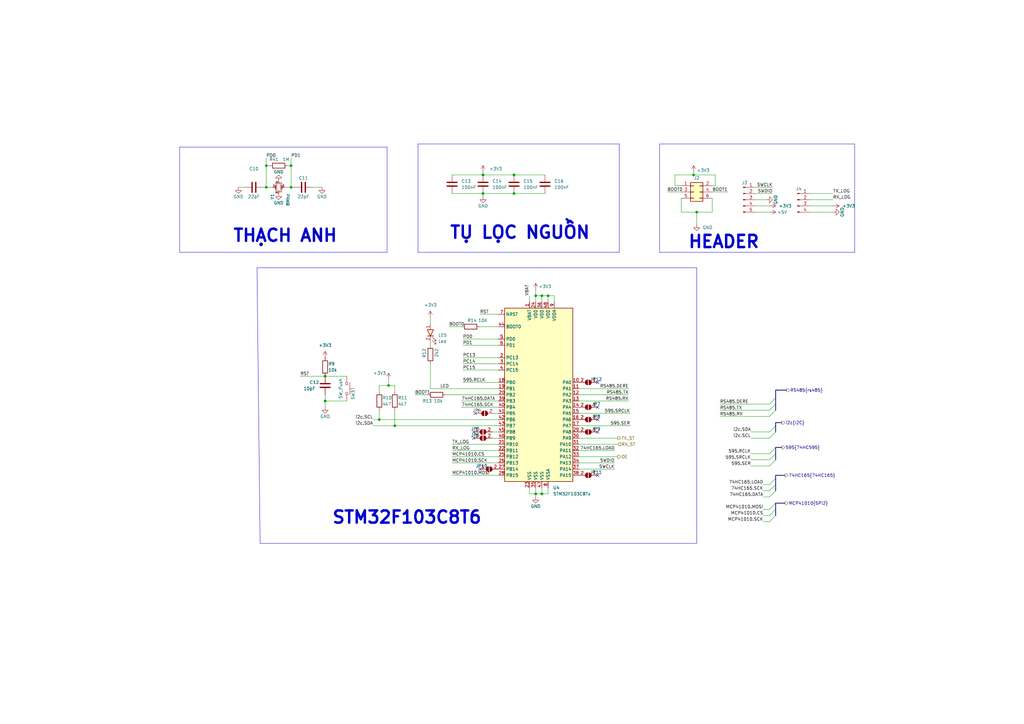
<source format=kicad_sch>
(kicad_sch (version 20230121) (generator eeschema)
  (paper "A3")
  (lib_symbols
    (symbol "Connector:Conn_01x04_Male" (pin_names (offset 1.016) hide)
      (property "Reference" "J" (at 0 5.08 0))
      (property "Value" "Conn_01x04_Male" (at 0 -7.62 0))
      (symbol "Conn_01x04_Male_1_1"
        (polyline (pts (xy 1.27 -5.08) (xy 0.8636 -5.08)) (stroke (width 0.1524)))
        (polyline (pts (xy 1.27 -2.54) (xy 0.8636 -2.54)) (stroke (width 0.1524)))
        (polyline (pts (xy 1.27 0) (xy 0.8636 0)) (stroke (width 0.1524)))
        (polyline (pts (xy 1.27 2.54) (xy 0.8636 2.54)) (stroke (width 0.1524)))
        (rectangle (start 0.8636 -4.953) (end 0 -5.207) (stroke (width 0.1524)) (fill (type outline)))
        (rectangle (start 0.8636 -2.413) (end 0 -2.667) (stroke (width 0.1524)) (fill (type outline)))
        (rectangle (start 0.8636 0.127) (end 0 -0.127) (stroke (width 0.1524)) (fill (type outline)))
        (rectangle (start 0.8636 2.667) (end 0 2.413) (stroke (width 0.1524)) (fill (type outline)))
        (pin passive line (at 5.08 2.54 180) (length 3.81) (name "Pin_1") (number "1"))
        (pin passive line (at 5.08 0 180) (length 3.81) (name "Pin_2") (number "2"))
        (pin passive line (at 5.08 -2.54 180) (length 3.81) (name "Pin_3") (number "3"))
        (pin passive line (at 5.08 -5.08 180) (length 3.81) (name "Pin_4") (number "4"))
      )
    )
    (symbol "Connector:Conn_01x05_Male" (pin_names (offset 1.016) hide)
      (property "Reference" "J" (at 0 7.62 0))
      (property "Value" "Conn_01x05_Male" (at 0 -7.62 0))
      (symbol "Conn_01x05_Male_1_1"
        (polyline (pts (xy 1.27 -5.08) (xy 0.8636 -5.08)) (stroke (width 0.1524)))
        (polyline (pts (xy 1.27 -2.54) (xy 0.8636 -2.54)) (stroke (width 0.1524)))
        (polyline (pts (xy 1.27 0) (xy 0.8636 0)) (stroke (width 0.1524)))
        (polyline (pts (xy 1.27 2.54) (xy 0.8636 2.54)) (stroke (width 0.1524)))
        (polyline (pts (xy 1.27 5.08) (xy 0.8636 5.08)) (stroke (width 0.1524)))
        (rectangle (start 0.8636 -4.953) (end 0 -5.207) (stroke (width 0.1524)) (fill (type outline)))
        (rectangle (start 0.8636 -2.413) (end 0 -2.667) (stroke (width 0.1524)) (fill (type outline)))
        (rectangle (start 0.8636 0.127) (end 0 -0.127) (stroke (width 0.1524)) (fill (type outline)))
        (rectangle (start 0.8636 2.667) (end 0 2.413) (stroke (width 0.1524)) (fill (type outline)))
        (rectangle (start 0.8636 5.207) (end 0 4.953) (stroke (width 0.1524)) (fill (type outline)))
        (pin passive line (at 5.08 5.08 180) (length 3.81) (name "Pin_1") (number "1"))
        (pin passive line (at 5.08 2.54 180) (length 3.81) (name "Pin_2") (number "2"))
        (pin passive line (at 5.08 0 180) (length 3.81) (name "Pin_3") (number "3"))
        (pin passive line (at 5.08 -2.54 180) (length 3.81) (name "Pin_4") (number "4"))
        (pin passive line (at 5.08 -5.08 180) (length 3.81) (name "Pin_5") (number "5"))
      )
    )
    (symbol "Connector_Generic:Conn_02x03_Odd_Even" (pin_names (offset 1.016) hide)
      (property "Reference" "J" (at 1.27 5.08 0))
      (property "Value" "Conn_02x03_Odd_Even" (at 1.27 -5.08 0))
      (symbol "Conn_02x03_Odd_Even_1_1"
        (rectangle (start -1.27 -2.413) (end 0 -2.667) (stroke (width 0.1524)))
        (rectangle (start -1.27 0.127) (end 0 -0.127) (stroke (width 0.1524)))
        (rectangle (start -1.27 2.667) (end 0 2.413) (stroke (width 0.1524)))
        (rectangle (start -1.27 3.81) (end 3.81 -3.81) (stroke (width 0.254)) (fill (type background)))
        (rectangle (start 3.81 -2.413) (end 2.54 -2.667) (stroke (width 0.1524)))
        (rectangle (start 3.81 0.127) (end 2.54 -0.127) (stroke (width 0.1524)))
        (rectangle (start 3.81 2.667) (end 2.54 2.413) (stroke (width 0.1524)))
        (pin passive line (at -5.08 2.54 0) (length 3.81) (name "Pin_1") (number "1"))
        (pin passive line (at 7.62 2.54 180) (length 3.81) (name "Pin_2") (number "2"))
        (pin passive line (at -5.08 0 0) (length 3.81) (name "Pin_3") (number "3"))
        (pin passive line (at 7.62 0 180) (length 3.81) (name "Pin_4") (number "4"))
        (pin passive line (at -5.08 -2.54 0) (length 3.81) (name "Pin_5") (number "5"))
        (pin passive line (at 7.62 -2.54 180) (length 3.81) (name "Pin_6") (number "6"))
      )
    )
    (symbol "Device:Crystal_GND24_Small" (pin_names (offset 1.016) hide)
      (property "Reference" "Y" (at 1.27 4.445 0))
      (property "Value" "Crystal_GND24_Small" (at 1.27 2.54 0))
      (symbol "Crystal_GND24_Small_0_1"
        (rectangle (start -0.762 -1.524) (end 0.762 1.524))
        (polyline (pts (xy -1.27 -0.762) (xy -1.27 0.762)) (stroke (width 0.381)))
        (polyline (pts (xy 1.27 -0.762) (xy 1.27 0.762)) (stroke (width 0.381)))
        (polyline (pts (xy -1.27 -1.27) (xy -1.27 -1.905) (xy 1.27 -1.905) (xy 1.27 -1.27)))
        (polyline (pts (xy -1.27 1.27) (xy -1.27 1.905) (xy 1.27 1.905) (xy 1.27 1.27)))
      )
      (symbol "Crystal_GND24_Small_1_1"
        (pin passive line (at -2.54 0 0) (length 1.27) (name "1") (number "1"))
        (pin passive line (at 0 -2.54 90) (length 0.635) (name "2") (number "2"))
        (pin passive line (at 2.54 0 180) (length 1.27) (name "3") (number "3"))
        (pin passive line (at 0 2.54 270) (length 0.635) (name "4") (number "4"))
      )
    )
    (symbol "Device:R" (pin_numbers hide) (pin_names (offset 0))
      (property "Reference" "R" (at 2.032 0 90))
      (property "Value" "R" (at 0 0 90))
      (symbol "R_0_1"
        (rectangle (start -1.016 -2.54) (end 1.016 2.54) (stroke (width 0.254)))
      )
      (symbol "R_1_1"
        (pin passive line (at 0 3.81 270) (length 1.27) (name "~") (number "1"))
        (pin passive line (at 0 -3.81 90) (length 1.27) (name "~") (number "2"))
      )
    )
    (symbol "IVS_SYMBOLS:Led"
      (property "Reference" "LE" (at 0.508 -2.794 0))
      (property "Value" "Led" (at -0.254 2.794 0))
      (symbol "Led_0_1"
        (polyline (pts (xy 0 -1.27) (xy 0 1.27)) (stroke (width 0.254)))
        (polyline (pts (xy 2.54 -1.27) (xy 2.54 1.27) (xy 0 0) (xy 2.54 -1.27)) (stroke (width 0.254)) (fill (type background)))
        (polyline (pts (xy -1.778 -0.762) (xy -3.302 -2.286) (xy -2.54 -2.286) (xy -3.302 -2.286) (xy -3.302 -1.524)))
        (polyline (pts (xy -0.508 -0.762) (xy -2.032 -2.286) (xy -1.27 -2.286) (xy -2.032 -2.286) (xy -2.032 -1.524)))
      )
      (symbol "Led_1_1"
        (pin passive line (at 5.08 0 180) (length 2.54) (name "") (number "1"))
        (pin passive line (at -2.54 0 0) (length 2.54) (name "") (number "2"))
      )
    )
    (symbol "Jumper:SolderJumper_2_Open" (pin_names (offset 0) hide)
      (property "Reference" "JP" (at 0 2.032 0))
      (property "Value" "SolderJumper_2_Open" (at 0 -2.54 0))
      (symbol "SolderJumper_2_Open_0_1"
        (arc (start -0.254 1.016) (mid -1.2656 0) (end -0.254 -1.016))
        (arc (start -0.254 1.016) (mid -1.2656 0) (end -0.254 -1.016) (fill (type outline)))
        (polyline (pts (xy -0.254 1.016) (xy -0.254 -1.016)))
        (polyline (pts (xy 0.254 1.016) (xy 0.254 -1.016)))
        (arc (start 0.254 -1.016) (mid 1.2656 0) (end 0.254 1.016))
        (arc (start 0.254 -1.016) (mid 1.2656 0) (end 0.254 1.016) (fill (type outline)))
      )
      (symbol "SolderJumper_2_Open_1_1"
        (pin passive line (at -3.81 0 0) (length 2.54) (name "A") (number "1"))
        (pin passive line (at 3.81 0 180) (length 2.54) (name "B") (number "2"))
      )
    )
    (symbol "MCU_ST_STM32F1:STM32F103C8Tx"
      (property "Reference" "U" (at -15.24 36.83 0))
      (property "Value" "STM32F103C8Tx" (at 7.62 36.83 0))
      (symbol "STM32F103C8Tx_0_1"
        (rectangle (start -15.24 -35.56) (end 12.7 35.56) (stroke (width 0.254)) (fill (type background)))
      )
      (symbol "STM32F103C8Tx_1_1"
        (pin power_in line (at -5.08 38.1 270) (length 2.54) (name "VBAT") (number "1"))
        (pin bidirectional line (at 15.24 5.08 180) (length 2.54) (name "PA0") (number "10"))
        (pin bidirectional line (at 15.24 2.54 180) (length 2.54) (name "PA1") (number "11"))
        (pin bidirectional line (at 15.24 0 180) (length 2.54) (name "PA2") (number "12"))
        (pin bidirectional line (at 15.24 -2.54 180) (length 2.54) (name "PA3") (number "13"))
        (pin bidirectional line (at 15.24 -5.08 180) (length 2.54) (name "PA4") (number "14"))
        (pin bidirectional line (at 15.24 -7.62 180) (length 2.54) (name "PA5") (number "15"))
        (pin bidirectional line (at 15.24 -10.16 180) (length 2.54) (name "PA6") (number "16"))
        (pin bidirectional line (at 15.24 -12.7 180) (length 2.54) (name "PA7") (number "17"))
        (pin bidirectional line (at -17.78 5.08 0) (length 2.54) (name "PB0") (number "18"))
        (pin bidirectional line (at -17.78 2.54 0) (length 2.54) (name "PB1") (number "19"))
        (pin bidirectional line (at -17.78 15.24 0) (length 2.54) (name "PC13") (number "2"))
        (pin bidirectional line (at -17.78 0 0) (length 2.54) (name "PB2") (number "20"))
        (pin bidirectional line (at -17.78 -20.32 0) (length 2.54) (name "PB10") (number "21"))
        (pin bidirectional line (at -17.78 -22.86 0) (length 2.54) (name "PB11") (number "22"))
        (pin power_in line (at -5.08 -38.1 90) (length 2.54) (name "VSS") (number "23"))
        (pin power_in line (at -2.54 38.1 270) (length 2.54) (name "VDD") (number "24"))
        (pin bidirectional line (at -17.78 -25.4 0) (length 2.54) (name "PB12") (number "25"))
        (pin bidirectional line (at -17.78 -27.94 0) (length 2.54) (name "PB13") (number "26"))
        (pin bidirectional line (at -17.78 -30.48 0) (length 2.54) (name "PB14") (number "27"))
        (pin bidirectional line (at -17.78 -33.02 0) (length 2.54) (name "PB15") (number "28"))
        (pin bidirectional line (at 15.24 -15.24 180) (length 2.54) (name "PA8") (number "29"))
        (pin bidirectional line (at -17.78 12.7 0) (length 2.54) (name "PC14") (number "3"))
        (pin bidirectional line (at 15.24 -17.78 180) (length 2.54) (name "PA9") (number "30"))
        (pin bidirectional line (at 15.24 -20.32 180) (length 2.54) (name "PA10") (number "31"))
        (pin bidirectional line (at 15.24 -22.86 180) (length 2.54) (name "PA11") (number "32"))
        (pin bidirectional line (at 15.24 -25.4 180) (length 2.54) (name "PA12") (number "33"))
        (pin bidirectional line (at 15.24 -27.94 180) (length 2.54) (name "PA13") (number "34"))
        (pin power_in line (at -2.54 -38.1 90) (length 2.54) (name "VSS") (number "35"))
        (pin power_in line (at 0 38.1 270) (length 2.54) (name "VDD") (number "36"))
        (pin bidirectional line (at 15.24 -30.48 180) (length 2.54) (name "PA14") (number "37"))
        (pin bidirectional line (at 15.24 -33.02 180) (length 2.54) (name "PA15") (number "38"))
        (pin bidirectional line (at -17.78 -2.54 0) (length 2.54) (name "PB3") (number "39"))
        (pin bidirectional line (at -17.78 10.16 0) (length 2.54) (name "PC15") (number "4"))
        (pin bidirectional line (at -17.78 -5.08 0) (length 2.54) (name "PB4") (number "40"))
        (pin bidirectional line (at -17.78 -7.62 0) (length 2.54) (name "PB5") (number "41"))
        (pin bidirectional line (at -17.78 -10.16 0) (length 2.54) (name "PB6") (number "42"))
        (pin bidirectional line (at -17.78 -12.7 0) (length 2.54) (name "PB7") (number "43"))
        (pin input line (at -17.78 27.94 0) (length 2.54) (name "BOOT0") (number "44"))
        (pin bidirectional line (at -17.78 -15.24 0) (length 2.54) (name "PB8") (number "45"))
        (pin bidirectional line (at -17.78 -17.78 0) (length 2.54) (name "PB9") (number "46"))
        (pin power_in line (at 0 -38.1 90) (length 2.54) (name "VSS") (number "47"))
        (pin power_in line (at 2.54 38.1 270) (length 2.54) (name "VDD") (number "48"))
        (pin input line (at -17.78 22.86 0) (length 2.54) (name "PD0") (number "5"))
        (pin input line (at -17.78 20.32 0) (length 2.54) (name "PD1") (number "6"))
        (pin input line (at -17.78 33.02 0) (length 2.54) (name "NRST") (number "7"))
        (pin power_in line (at 2.54 -38.1 90) (length 2.54) (name "VSSA") (number "8"))
        (pin power_in line (at 5.08 38.1 270) (length 2.54) (name "VDDA") (number "9"))
      )
    )
    (symbol "Thu_vien_kicad:C" (pin_numbers hide) (pin_names (offset 0.254))
      (property "Reference" "C" (at 0.635 2.54 0))
      (property "Value" "C" (at 0.635 -2.54 0))
      (symbol "C_0_1"
        (polyline (pts (xy -2.032 -0.762) (xy 2.032 -0.762)) (stroke (width 0.508)))
        (polyline (pts (xy -2.032 0.762) (xy 2.032 0.762)) (stroke (width 0.508)))
      )
      (symbol "C_1_1"
        (pin passive line (at 0 3.81 270) (length 2.794) (name "~") (number "1"))
        (pin passive line (at 0 -3.81 90) (length 2.794) (name "~") (number "2"))
      )
    )
    (symbol "Thu_vien_kicad:R" (pin_numbers hide) (pin_names (offset 0))
      (property "Reference" "R" (at 2.032 0 90))
      (property "Value" "R" (at 0 0 90))
      (symbol "R_0_1"
        (rectangle (start -1.016 -2.54) (end 1.016 2.54) (stroke (width 0.254)))
      )
      (symbol "R_1_1"
        (pin passive line (at 0 3.81 270) (length 1.27) (name "~") (number "1"))
        (pin passive line (at 0 -3.81 90) (length 1.27) (name "~") (number "2"))
      )
    )
    (symbol "Thu_vien_kicad:SW_Push" (pin_numbers hide) (pin_names (offset 1.016) hide)
      (property "Reference" "SW" (at 1.27 2.54 0))
      (property "Value" "SW_Push" (at 0 -1.524 0))
      (symbol "SW_Push_0_1"
        (circle (center -2.032 0) (radius 0.508))
        (polyline (pts (xy 0 1.27) (xy 0 3.048)))
        (polyline (pts (xy 2.54 1.27) (xy -2.54 1.27)))
        (circle (center 2.032 0) (radius 0.508))
        (pin passive line (at -5.08 0 0) (length 2.54) (name "1") (number "1"))
        (pin passive line (at 5.08 0 180) (length 2.54) (name "2") (number "2"))
      )
    )
    (symbol "power:+3V3" (power) (pin_names (offset 0))
      (property "Value" "+3V3" (at 0 3.556 0))
      (symbol "+3V3_0_1"
        (polyline (pts (xy -0.762 1.27) (xy 0 2.54)))
        (polyline (pts (xy 0 0) (xy 0 2.54)))
        (polyline (pts (xy 0 2.54) (xy 0.762 1.27)))
      )
      (symbol "+3V3_1_1"
        (pin power_in line (at 0 0 90) (length 0) hide (name "+3V3") (number "1"))
      )
    )
    (symbol "power:+5V" (power) (pin_names (offset 0))
      (property "Value" "+5V" (at 0 3.556 0))
      (symbol "+5V_0_1"
        (polyline (pts (xy -0.762 1.27) (xy 0 2.54)))
        (polyline (pts (xy 0 0) (xy 0 2.54)))
        (polyline (pts (xy 0 2.54) (xy 0.762 1.27)))
      )
      (symbol "+5V_1_1"
        (pin power_in line (at 0 0 90) (length 0) hide (name "+5V") (number "1"))
      )
    )
    (symbol "power:GND" (power) (pin_names (offset 0))
      (property "Value" "GND" (at 0 -3.81 0))
      (symbol "GND_0_1"
        (polyline (pts (xy 0 0) (xy 0 -1.27) (xy 1.27 -1.27) (xy 0 -2.54) (xy -1.27 -1.27) (xy 0 -1.27)))
      )
      (symbol "GND_1_1"
        (pin power_in line (at 0 0 270) (length 0) hide (name "GND") (number "1"))
      )
    )
  )
  (bus_alias "74HC595" (members "RCLK" "SRCLK" "SER"))
  (bus_alias "rs485" (members "TX" "RX" "DERE"))
  (bus_alias "SPI2" (members "SCK" "MOSI" "MISO" "CS"))
  (junction (at 219.71 121.285))
  (junction (at 119.38 76.835))
  (junction (at 133.35 164.465))
  (junction (at 159.385 158.115))
  (junction (at 224.79 121.285))
  (junction (at 155.575 172.085))
  (junction (at 284.48 71.755))
  (junction (at 119.38 67.945))
  (junction (at 285.75 86.995))
  (junction (at 210.82 71.755))
  (junction (at 109.22 76.835))
  (junction (at 222.25 121.285))
  (junction (at 109.22 67.945))
  (junction (at 198.12 79.375))
  (junction (at 222.25 202.565))
  (junction (at 219.71 202.565))
  (junction (at 198.12 71.755))
  (junction (at 133.35 154.305))
  (junction (at 210.82 79.375))
  (junction (at 161.925 174.625))
  (no_connect (at 245.11 172.085))
  (no_connect (at 245.11 177.165))
  (no_connect (at 194.945 169.545))
  (no_connect (at 245.11 167.005))
  (no_connect (at 245.11 156.845))
  (no_connect (at 194.31 177.165))
  (no_connect (at 245.11 194.945))
  (no_connect (at 194.31 179.705))
  (no_connect (at 196.85 192.405))
  (bus_entry (at 315.595 208.915) (size 2.54 -2.54))
  (bus_entry (at 315.595 191.135) (size 2.54 -2.54))
  (bus_entry (at 315.595 198.755) (size 2.54 -2.54))
  (bus_entry (at 315.595 168.275) (size 2.54 -2.54))
  (bus_entry (at 315.595 203.835) (size 2.54 -2.54))
  (bus_entry (at 315.595 201.295) (size 2.54 -2.54))
  (bus_entry (at 315.595 211.455) (size 2.54 -2.54))
  (bus_entry (at 315.595 213.995) (size 2.54 -2.54))
  (bus_entry (at 315.595 179.705) (size 2.54 -2.54))
  (bus_entry (at 315.595 186.055) (size 2.54 -2.54))
  (bus_entry (at 315.595 170.815) (size 2.54 -2.54))
  (bus_entry (at 315.595 177.165) (size 2.54 -2.54))
  (bus_entry (at 315.595 188.595) (size 2.54 -2.54))
  (bus_entry (at 315.595 165.735) (size 2.54 -2.54))
  (wire (pts (xy 119.38 64.77) (xy 119.38 67.945)))
  (wire (pts (xy 189.865 149.225) (xy 204.47 149.225)))
  (polyline (pts (xy 158.75 60.325) (xy 73.66 60.325)))
  (wire (pts (xy 284.48 71.755) (xy 293.37 71.755)))
  (wire (pts (xy 222.25 123.825) (xy 222.25 121.285)))
  (wire (pts (xy 332.105 79.375) (xy 341.63 79.375)))
  (wire (pts (xy 307.975 186.055) (xy 315.595 186.055)))
  (wire (pts (xy 219.71 118.745) (xy 219.71 121.285)))
  (wire (pts (xy 307.975 188.595) (xy 315.595 188.595)))
  (polyline (pts (xy 105.41 109.855) (xy 106.68 222.885)))
  (wire (pts (xy 161.925 158.115) (xy 161.925 160.655)))
  (wire (pts (xy 109.22 76.835) (xy 111.76 76.835)))
  (polyline (pts (xy 73.66 62.865) (xy 73.66 103.505)))
  (wire (pts (xy 155.575 158.115) (xy 155.575 160.655)))
  (wire (pts (xy 276.86 76.2) (xy 276.86 71.755)))
  (wire (pts (xy 224.79 200.025) (xy 224.79 202.565)))
  (wire (pts (xy 217.17 202.565) (xy 219.71 202.565)))
  (wire (pts (xy 227.33 121.285) (xy 224.79 121.285)))
  (wire (pts (xy 332.105 86.995) (xy 341.63 86.995)))
  (wire (pts (xy 295.275 168.275) (xy 315.595 168.275)))
  (wire (pts (xy 273.685 78.74) (xy 279.4 78.74)))
  (wire (pts (xy 237.49 192.405) (xy 252.095 192.405)))
  (wire (pts (xy 276.86 71.755) (xy 284.48 71.755)))
  (wire (pts (xy 309.88 86.995) (xy 315.595 86.995)))
  (wire (pts (xy 237.49 189.865) (xy 252.095 189.865)))
  (wire (pts (xy 189.865 139.065) (xy 204.47 139.065)))
  (wire (pts (xy 284.48 70.485) (xy 284.48 71.755)))
  (wire (pts (xy 159.385 158.115) (xy 155.575 158.115)))
  (wire (pts (xy 237.49 161.925) (xy 257.81 161.925)))
  (wire (pts (xy 118.11 67.945) (xy 119.38 67.945)))
  (wire (pts (xy 176.53 149.225) (xy 176.53 159.385)))
  (wire (pts (xy 201.93 177.165) (xy 204.47 177.165)))
  (bus (pts (xy 320.675 173.355) (xy 318.135 173.355)))
  (polyline (pts (xy 158.75 103.505) (xy 158.75 60.325)))
  (wire (pts (xy 237.49 169.545) (xy 258.445 169.545)))
  (wire (pts (xy 159.385 155.575) (xy 159.385 158.115)))
  (wire (pts (xy 222.25 202.565) (xy 219.71 202.565)))
  (wire (pts (xy 237.49 179.705) (xy 253.365 179.705)))
  (wire (pts (xy 155.575 172.085) (xy 204.47 172.085)))
  (wire (pts (xy 185.42 184.785) (xy 204.47 184.785)))
  (wire (pts (xy 219.71 202.565) (xy 219.71 203.835)))
  (wire (pts (xy 109.22 64.77) (xy 109.22 67.945)))
  (wire (pts (xy 184.15 133.985) (xy 189.23 133.985)))
  (polyline (pts (xy 73.66 103.505) (xy 158.75 103.505)))
  (wire (pts (xy 123.19 154.305) (xy 133.35 154.305)))
  (wire (pts (xy 153.035 174.625) (xy 161.925 174.625)))
  (wire (pts (xy 237.49 159.385) (xy 257.81 159.385)))
  (bus (pts (xy 318.135 198.755) (xy 318.135 196.215)))
  (bus (pts (xy 321.945 206.375) (xy 318.135 206.375)))
  (wire (pts (xy 237.49 164.465) (xy 257.81 164.465)))
  (wire (pts (xy 292.1 86.995) (xy 292.1 81.28)))
  (bus (pts (xy 318.135 194.945) (xy 321.945 194.945)))
  (wire (pts (xy 185.42 189.865) (xy 204.47 189.865)))
  (wire (pts (xy 202.565 169.545) (xy 204.47 169.545)))
  (wire (pts (xy 189.865 156.845) (xy 204.47 156.845)))
  (wire (pts (xy 133.35 154.305) (xy 142.24 154.305)))
  (wire (pts (xy 237.49 187.325) (xy 253.365 187.325)))
  (wire (pts (xy 198.12 79.375) (xy 198.12 80.645)))
  (wire (pts (xy 109.22 67.945) (xy 110.49 67.945)))
  (wire (pts (xy 198.12 71.755) (xy 210.82 71.755)))
  (wire (pts (xy 315.595 208.915) (xy 313.055 208.915)))
  (polyline (pts (xy 270.51 59.055) (xy 350.52 59.055)))
  (wire (pts (xy 210.82 71.755) (xy 223.52 71.755)))
  (wire (pts (xy 133.35 164.465) (xy 142.24 164.465)))
  (wire (pts (xy 219.71 200.025) (xy 219.71 202.565)))
  (wire (pts (xy 285.75 86.995) (xy 292.1 86.995)))
  (wire (pts (xy 285.75 86.995) (xy 285.75 92.075)))
  (polyline (pts (xy 285.75 222.885) (xy 285.75 109.855)))
  (bus (pts (xy 318.135 196.215) (xy 318.135 194.945)))
  (wire (pts (xy 128.27 76.835) (xy 132.08 76.835)))
  (polyline (pts (xy 171.45 59.055) (xy 171.45 60.325)))
  (wire (pts (xy 182.88 161.925) (xy 204.47 161.925)))
  (wire (pts (xy 155.575 168.275) (xy 155.575 172.085)))
  (wire (pts (xy 189.865 141.605) (xy 204.47 141.605)))
  (wire (pts (xy 293.37 71.755) (xy 293.37 76.2)))
  (wire (pts (xy 189.865 151.765) (xy 204.47 151.765)))
  (wire (pts (xy 210.82 79.375) (xy 223.52 79.375)))
  (wire (pts (xy 224.79 123.825) (xy 224.79 121.285)))
  (wire (pts (xy 170.18 161.925) (xy 175.26 161.925)))
  (wire (pts (xy 307.975 191.135) (xy 315.595 191.135)))
  (wire (pts (xy 219.71 121.285) (xy 219.71 123.825)))
  (bus (pts (xy 318.135 165.735) (xy 318.135 163.195)))
  (wire (pts (xy 185.42 79.375) (xy 198.12 79.375)))
  (bus (pts (xy 318.135 163.195) (xy 318.135 160.02)))
  (wire (pts (xy 159.385 158.115) (xy 161.925 158.115)))
  (wire (pts (xy 309.88 79.375) (xy 316.865 79.375)))
  (polyline (pts (xy 254 59.055) (xy 171.45 59.055)))
  (wire (pts (xy 313.055 201.295) (xy 315.595 201.295)))
  (wire (pts (xy 332.105 84.455) (xy 341.63 84.455)))
  (wire (pts (xy 237.49 184.785) (xy 252.095 184.785)))
  (wire (pts (xy 313.055 198.755) (xy 315.595 198.755)))
  (wire (pts (xy 176.53 140.335) (xy 176.53 141.605)))
  (bus (pts (xy 318.135 186.055) (xy 318.135 183.515)))
  (wire (pts (xy 295.275 170.815) (xy 315.595 170.815)))
  (wire (pts (xy 133.35 164.465) (xy 133.35 161.925)))
  (polyline (pts (xy 254 103.505) (xy 254 59.055)))
  (wire (pts (xy 309.88 76.835) (xy 316.865 76.835)))
  (wire (pts (xy 315.595 177.165) (xy 307.975 177.165)))
  (wire (pts (xy 119.38 67.945) (xy 119.38 76.835)))
  (wire (pts (xy 309.88 84.455) (xy 315.595 84.455)))
  (wire (pts (xy 292.1 78.74) (xy 298.45 78.74)))
  (wire (pts (xy 279.4 81.28) (xy 279.4 86.995)))
  (wire (pts (xy 189.865 146.685) (xy 204.47 146.685)))
  (wire (pts (xy 201.93 179.705) (xy 204.47 179.705)))
  (bus (pts (xy 318.135 174.625) (xy 318.135 173.355)))
  (wire (pts (xy 222.25 121.285) (xy 219.71 121.285)))
  (polyline (pts (xy 171.45 103.505) (xy 254 103.505)))
  (wire (pts (xy 185.42 182.245) (xy 204.47 182.245)))
  (wire (pts (xy 196.85 128.905) (xy 204.47 128.905)))
  (wire (pts (xy 217.17 200.025) (xy 217.17 202.565)))
  (wire (pts (xy 309.88 81.915) (xy 314.325 81.915)))
  (bus (pts (xy 318.135 160.02) (xy 322.58 160.02)))
  (bus (pts (xy 318.135 208.915) (xy 318.135 211.455)))
  (wire (pts (xy 293.37 76.2) (xy 292.1 76.2)))
  (wire (pts (xy 189.23 167.005) (xy 204.47 167.005)))
  (wire (pts (xy 161.925 168.275) (xy 161.925 174.625)))
  (wire (pts (xy 119.38 76.835) (xy 120.65 76.835)))
  (bus (pts (xy 318.135 177.165) (xy 318.135 174.625)))
  (polyline (pts (xy 73.66 60.325) (xy 73.66 62.865)))
  (polyline (pts (xy 252.73 109.855) (xy 105.41 109.855)))
  (polyline (pts (xy 270.51 103.505) (xy 350.52 103.505)))
  (wire (pts (xy 332.105 81.915) (xy 341.63 81.915)))
  (wire (pts (xy 315.595 179.705) (xy 307.975 179.705)))
  (wire (pts (xy 116.84 76.835) (xy 119.38 76.835)))
  (wire (pts (xy 227.33 123.825) (xy 227.33 121.285)))
  (polyline (pts (xy 106.68 222.885) (xy 285.75 222.885)))
  (polyline (pts (xy 270.51 59.055) (xy 270.51 103.505)))
  (wire (pts (xy 109.22 67.945) (xy 109.22 76.835)))
  (polyline (pts (xy 252.73 109.855) (xy 285.75 109.855)))
  (wire (pts (xy 237.49 182.245) (xy 253.365 182.245)))
  (wire (pts (xy 196.85 133.985) (xy 204.47 133.985)))
  (wire (pts (xy 176.53 159.385) (xy 204.47 159.385)))
  (wire (pts (xy 198.12 70.485) (xy 198.12 71.755)))
  (wire (pts (xy 237.49 174.625) (xy 258.445 174.625)))
  (wire (pts (xy 133.35 167.005) (xy 133.35 164.465)))
  (bus (pts (xy 318.135 168.275) (xy 318.135 165.735)))
  (wire (pts (xy 217.17 121.285) (xy 217.17 123.825)))
  (wire (pts (xy 224.79 202.565) (xy 222.25 202.565)))
  (wire (pts (xy 315.595 203.835) (xy 313.055 203.835)))
  (wire (pts (xy 315.595 211.455) (xy 313.055 211.455)))
  (bus (pts (xy 318.135 188.595) (xy 318.135 186.055)))
  (bus (pts (xy 318.135 201.295) (xy 318.135 198.755)))
  (wire (pts (xy 313.055 213.995) (xy 315.595 213.995)))
  (wire (pts (xy 295.275 165.735) (xy 315.595 165.735)))
  (wire (pts (xy 189.23 164.465) (xy 204.47 164.465)))
  (wire (pts (xy 176.53 130.175) (xy 176.53 132.715)))
  (wire (pts (xy 279.4 76.2) (xy 276.86 76.2)))
  (wire (pts (xy 185.42 187.325) (xy 204.47 187.325)))
  (wire (pts (xy 224.79 121.285) (xy 222.25 121.285)))
  (bus (pts (xy 318.135 183.515) (xy 320.675 183.515)))
  (polyline (pts (xy 171.45 60.325) (xy 171.45 103.505)))
  (wire (pts (xy 279.4 86.995) (xy 285.75 86.995)))
  (wire (pts (xy 161.925 174.625) (xy 204.47 174.625)))
  (wire (pts (xy 97.79 76.835) (xy 100.33 76.835)))
  (wire (pts (xy 107.95 76.835) (xy 109.22 76.835)))
  (wire (pts (xy 185.42 71.755) (xy 198.12 71.755)))
  (wire (pts (xy 153.035 172.085) (xy 155.575 172.085)))
  (polyline (pts (xy 350.52 103.505) (xy 350.52 59.055)))
  (wire (pts (xy 185.42 194.945) (xy 204.47 194.945)))
  (wire (pts (xy 198.12 79.375) (xy 210.82 79.375)))
  (bus (pts (xy 318.135 206.375) (xy 318.135 208.915)))
  (wire (pts (xy 222.25 200.025) (xy 222.25 202.565)))
  (text "TỤ LỌC NGUỒN\n" (at 184.15 98.425 0) (effects (font (size 5 5) (thickness 1) bold) (justify left bottom)))
  (text "STM32F103C8T6\n" (at 135.89 215.265 0) (effects (font (size 5 5) (thickness 1) bold) (justify left bottom)))
  (text "HEADER\n" (at 281.94 102.235 0) (effects (font (size 5 5) (thickness 1) bold) (justify left bottom)))
  (text "THẠCH ANH" (at 95.25 99.695 0) (effects (font (size 5 5) (thickness 1) bold) (justify left bottom)))
  (label "PD1" (at 189.865 141.605 0))
  (label "i2c.SDA" (at 307.975 177.165 180))
  (label "BOOT1" (at 170.18 161.925 0))
  (label "PC15" (at 189.865 151.765 0))
  (label "BOOT0" (at 273.685 78.74 0))
  (label "MCP41010.MOSI" (at 313.055 208.915 180))
  (label "74HC165.DATA" (at 189.23 164.465 0))
  (label "BOOT0" (at 184.15 133.985 0))
  (label "MCP41010.SCK" (at 185.42 189.865 0))
  (label "74HC165.SCK" (at 313.055 201.295 180))
  (label "595.RCLK" (at 189.865 156.845 0))
  (label "SWCLK" (at 252.095 192.405 180))
  (label "MCP41010.MOSI" (at 185.42 194.945 0))
  (label "595.RCLK" (at 307.975 186.055 180))
  (label "SWCLK" (at 316.865 76.835 180))
  (label "RS485.RX" (at 257.81 164.465 180))
  (label "LED" (at 184.15 159.385 180))
  (label "RX_LOG" (at 341.63 81.915 0))
  (label "RS485.TX" (at 257.81 161.925 180))
  (label "PC14" (at 189.865 149.225 0))
  (label "i2c.SCL" (at 153.035 172.085 180))
  (label "595.SRCLK" (at 307.975 188.595 180))
  (label "i2c.SDA" (at 153.035 174.625 180))
  (label "MCP41010.CS" (at 313.055 211.455 180))
  (label "i2c.SCL" (at 307.975 179.705 180))
  (label "TX_LOG" (at 185.42 182.245 0))
  (label "PD0" (at 109.22 64.77 0))
  (label "595.SRCLK" (at 258.445 169.545 180))
  (label "PD1" (at 119.38 64.77 0))
  (label "MCP41010.CS" (at 185.42 187.325 0))
  (label "RS485.TX" (at 295.275 168.275 0))
  (label "74HC165.DATA" (at 313.055 203.835 180))
  (label "MCP41010.SCK" (at 313.055 213.995 180))
  (label "RX_LOG" (at 185.42 184.785 0))
  (label "595.SER" (at 307.975 191.135 180))
  (label "TX_LOG" (at 341.63 79.375 0))
  (label "VBAT" (at 217.17 121.285 90))
  (label "74HC165.LOAD" (at 252.095 184.785 180))
  (label "SWDIO" (at 316.865 79.375 180))
  (label "74HC165.SCK" (at 189.23 167.005 0))
  (label "74HC165.LOAD" (at 313.055 198.755 180))
  (label "RST" (at 123.19 154.305 0))
  (label "RS485.DERE" (at 257.81 159.385 180))
  (label "BOOT1" (at 298.45 78.74 180))
  (label "595.SER" (at 258.445 174.625 180))
  (label "PC13" (at 189.865 146.685 0))
  (label "RS485.RX" (at 295.275 170.815 0))
  (label "RS485.DERE" (at 295.275 165.735 0))
  (label "RST" (at 196.85 128.905 0))
  (label "PD0" (at 189.865 139.065 0))
  (label "SWDIO" (at 252.095 189.865 180))
  (hierarchical_label "MCP41010{SPI2}" (shape output) (at 321.945 206.375 0))
  (hierarchical_label "74HC165{74HC165}" (shape output) (at 321.945 194.945 0))
  (hierarchical_label "RX_ST" (shape input) (at 253.365 182.245 0))
  (hierarchical_label "RS485{rs485}" (shape output) (at 322.58 160.02 0))
  (hierarchical_label "i2c{I2C}" (shape output) (at 320.675 173.355 0))
  (hierarchical_label "595{74HC595}" (shape output) (at 320.675 183.515 0))
  (hierarchical_label "TX_ST" (shape output) (at 253.365 179.705 0))
  (hierarchical_label "OE" (shape output) (at 253.365 187.325 0))
  (symbol (lib_id "power:GND") (at 114.3 74.295 180) (unit 1)
    (property "Reference" "#PWR019" (effects hide))
    (property "Value" "GND" (at 114.3 70.485 0))
  )
  (symbol (lib_id "Thu_vien_kicad:C") (at 185.42 75.565 0) (unit 1)
    (property "Reference" "C13" (at 189.23 74.2949 0) (effects (justify left)))
    (property "Value" "100nF" (at 189.23 76.8349 0) (effects (justify left)))
    (property "Footprint" "IVS_FOOTPRINTS:C0603" (effects hide))
  )
  (symbol (lib_id "power:+3V3") (at 315.595 84.455 270) (unit 1)
    (property "Reference" "#PWR034" (effects hide))
    (property "Value" "+3V3" (at 319.405 84.4549 90) (effects (justify left)))
  )
  (symbol (lib_id "Jumper:SolderJumper_2_Open") (at 241.3 156.845 0) (mirror y) (unit 1)
    (property "Reference" "JP12" (at 244.475 155.575 0))
    (property "Value" "SolderJumper_2_Open" (effects hide))
    (property "Footprint" "Jumper:SolderJumper-2_P1.3mm_Open_RoundedPad1.0x1.5mm" (effects hide))
  )
  (symbol (lib_id "power:GND") (at 314.325 81.915 90) (unit 1)
    (property "Reference" "#PWR033" (effects hide))
    (property "Value" "GND" (at 318.135 81.915 0))
  )
  (symbol (lib_id "Jumper:SolderJumper_2_Open") (at 241.3 177.165 0) (mirror y) (unit 1)
    (property "Reference" "JP9" (at 244.475 175.895 0))
    (property "Value" "SolderJumper_2_Open" (effects hide))
    (property "Footprint" "Jumper:SolderJumper-2_P1.3mm_Open_RoundedPad1.0x1.5mm" (effects hide))
  )
  (symbol (lib_id "power:GND") (at 132.08 76.835 0) (unit 1)
    (property "Reference" "#PWR021" (effects hide))
    (property "Value" "GND" (at 132.08 80.645 0))
  )
  (symbol (lib_id "Thu_vien_kicad:R") (at 133.35 150.495 0) (unit 1)
    (property "Reference" "R9" (at 134.62 149.225 0) (effects (justify left)))
    (property "Value" "10k" (at 134.62 151.765 0) (effects (justify left)))
    (property "Footprint" "IVS_FOOTPRINTS:R0603" (effects hide))
  )
  (symbol (lib_id "power:GND") (at 97.79 76.835 0) (unit 1)
    (property "Reference" "#PWR018" (effects hide))
    (property "Value" "GND" (at 97.79 80.645 0))
  )
  (symbol (lib_id "Connector:Conn_01x04_Male") (at 327.025 81.915 0) (unit 1)
    (property "Reference" "J4" (at 327.66 77.47 0))
    (property "Value" "Conn_01x04_Male" (effects hide))
    (property "Footprint" "Connector_PinHeader_2.54mm:PinHeader_1x04_P2.54mm_Vertical" (effects hide))
  )
  (symbol (lib_id "Thu_vien_kicad:C") (at 124.46 76.835 90) (unit 1)
    (property "Reference" "C11" (at 124.46 73.025 90))
    (property "Value" "22pF" (at 124.46 80.645 90))
    (property "Footprint" "IVS_FOOTPRINTS:C0603" (effects hide))
  )
  (symbol (lib_id "Thu_vien_kicad:C") (at 210.82 75.565 0) (unit 1)
    (property "Reference" "C15" (at 214.63 74.2949 0) (effects (justify left)))
    (property "Value" "100nF" (at 214.63 76.8349 0) (effects (justify left)))
    (property "Footprint" "IVS_FOOTPRINTS:C0603" (effects hide))
  )
  (symbol (lib_id "Jumper:SolderJumper_2_Open") (at 198.12 179.705 0) (unit 1)
    (property "Reference" "JP6" (at 194.945 178.435 0))
    (property "Value" "SolderJumper_2_Open" (effects hide))
    (property "Footprint" "Jumper:SolderJumper-2_P1.3mm_Open_RoundedPad1.0x1.5mm" (effects hide))
  )
  (symbol (lib_id "Connector:Conn_01x05_Male") (at 304.8 81.915 0) (unit 1)
    (property "Reference" "J3" (at 305.435 74.93 0))
    (property "Value" "Conn_01x05_Male" (effects hide))
    (property "Footprint" "Connector_PinHeader_2.54mm:PinHeader_1x05_P2.54mm_Vertical" (effects hide))
  )
  (symbol (lib_id "MCU_ST_STM32F1:STM32F103C8Tx") (at 222.25 161.925 0) (unit 1)
    (property "Reference" "U4" (at 226.8094 200.025 0) (effects (justify left)))
    (property "Value" "STM32F103C8Tx" (at 226.8094 202.565 0) (effects (justify left)))
    (property "Footprint" "Package_QFP:LQFP-48_7x7mm_P0.5mm" (effects hide))
    (property "Datasheet" "http://www.st.com/st-web-ui/static/active/en/resource/technical/document/datasheet/CD00161566.pdf" (effects hide))
  )
  (symbol (lib_id "power:+5V") (at 315.595 86.995 270) (unit 1)
    (property "Reference" "#PWR035" (effects hide))
    (property "Value" "+5V" (at 318.77 86.9949 90) (effects (justify left)))
  )
  (symbol (lib_id "power:GND") (at 198.12 80.645 0) (unit 1)
    (property "Reference" "#PWR027" (effects hide))
    (property "Value" "GND" (at 198.12 84.455 0))
  )
  (symbol (lib_id "power:GND") (at 219.71 203.835 0) (unit 1)
    (property "Reference" "#PWR029" (effects hide))
    (property "Value" "GND" (at 219.71 207.645 0))
  )
  (symbol (lib_id "Jumper:SolderJumper_2_Open") (at 200.66 192.405 0) (unit 1)
    (property "Reference" "JP10" (at 197.485 191.135 0))
    (property "Value" "SolderJumper_2_Open" (effects hide))
    (property "Footprint" "Jumper:SolderJumper-2_P1.3mm_Open_RoundedPad1.0x1.5mm" (effects hide))
  )
  (symbol (lib_id "Jumper:SolderJumper_2_Open") (at 241.3 194.945 0) (mirror y) (unit 1)
    (property "Reference" "JP11" (at 244.475 193.675 0))
    (property "Value" "SolderJumper_2_Open" (effects hide))
    (property "Footprint" "Jumper:SolderJumper-2_P1.3mm_Open_RoundedPad1.0x1.5mm" (effects hide))
  )
  (symbol (lib_id "IVS_SYMBOLS:Led") (at 176.53 137.795 90) (unit 1)
    (property "Reference" "LE5" (at 179.705 137.4775 90) (effects (justify right)))
    (property "Value" "Led" (at 179.705 140.0175 90) (effects (justify right)))
    (property "Footprint" "IVS_FOOTPRINTS:LED0603" (effects hide))
  )
  (symbol (lib_id "power:+3V3") (at 198.12 70.485 0) (unit 1)
    (property "Reference" "#PWR026" (effects hide))
    (property "Value" "+3V3" (at 200.66 69.2149 0) (effects (justify left)))
  )
  (symbol (lib_id "power:GND") (at 285.75 92.075 0) (unit 1)
    (property "Reference" "#PWR032" (effects hide))
    (property "Value" "GND" (at 290.195 93.345 0))
  )
  (symbol (lib_id "Device:Crystal_GND24_Small") (at 114.3 76.835 0) (unit 1)
    (property "Reference" "Y1" (at 111.76 81.915 90) (effects (justify left)))
    (property "Value" "8Mhz" (at 118.11 84.455 90) (effects (justify left)))
    (property "Footprint" "IVS_FOOTPRINTS:Crystal_SMD_3225-4Pin_3.2x2.5mm" (effects hide))
  )
  (symbol (lib_id "Connector_Generic:Conn_02x03_Odd_Even") (at 284.48 78.74 0) (unit 1)
    (property "Reference" "J2" (at 285.75 73.025 0))
    (property "Value" "Conn_02x03_Odd_Even" (effects hide))
    (property "Footprint" "Connector_PinHeader_2.54mm:PinHeader_2x03_P2.54mm_Vertical" (effects hide))
  )
  (symbol (lib_id "Jumper:SolderJumper_2_Open") (at 241.3 172.085 0) (mirror y) (unit 1)
    (property "Reference" "JP8" (at 244.475 170.815 0))
    (property "Value" "SolderJumper_2_Open" (effects hide))
    (property "Footprint" "Jumper:SolderJumper-2_P1.3mm_Open_RoundedPad1.0x1.5mm" (effects hide))
  )
  (symbol (lib_id "Thu_vien_kicad:C") (at 133.35 158.115 180) (unit 1)
    (property "Reference" "C12" (at 127 156.845 0) (effects (justify right)))
    (property "Value" "10pF" (at 124.46 159.385 0) (effects (justify right)))
    (property "Footprint" "IVS_FOOTPRINTS:C0603" (effects hide))
  )
  (symbol (lib_id "power:+3V3") (at 159.385 155.575 0) (unit 1)
    (property "Reference" "#PWR024" (effects hide))
    (property "Value" "+3V3" (at 153.035 153.035 0) (effects (justify left)))
  )
  (symbol (lib_id "Thu_vien_kicad:R") (at 176.53 145.415 180) (unit 1)
    (property "Reference" "R12" (at 173.99 142.875 90) (effects (justify left)))
    (property "Value" "2k2" (at 179.07 142.875 90) (effects (justify left)))
    (property "Footprint" "IVS_FOOTPRINTS:R0603" (effects hide))
  )
  (symbol (lib_id "Thu_vien_kicad:SW_Push") (at 142.24 159.385 270) (unit 1)
    (property "Reference" "SW3" (at 144.78 161.925 0))
    (property "Value" "SW_Push" (at 139.7 159.385 0))
    (property "Footprint" "IVS_FOOTPRINTS:SW_SPST_PTS810" (effects hide))
  )
  (symbol (lib_id "Device:R") (at 155.575 164.465 0) (unit 1)
    (property "Reference" "R10" (at 156.845 163.195 0) (effects (justify left)))
    (property "Value" "4k7" (at 156.845 165.735 0) (effects (justify left)))
    (property "Footprint" "IVS_FOOTPRINTS:R0603" (effects hide))
  )
  (symbol (lib_id "Thu_vien_kicad:R") (at 179.07 161.925 90) (unit 1)
    (property "Reference" "R13" (at 177.165 164.465 90) (effects (justify left)))
    (property "Value" "10k" (at 181.61 164.465 90) (effects (justify left)))
    (property "Footprint" "IVS_FOOTPRINTS:R0603" (effects hide))
  )
  (symbol (lib_id "Jumper:SolderJumper_2_Open") (at 198.755 169.545 0) (unit 1)
    (property "Reference" "JP4" (at 195.58 168.275 0))
    (property "Value" "SolderJumper_2_Open" (effects hide))
    (property "Footprint" "Jumper:SolderJumper-2_P1.3mm_Open_RoundedPad1.0x1.5mm" (effects hide))
  )
  (symbol (lib_id "power:GND") (at 114.3 79.375 0) (unit 1)
    (property "Reference" "#PWR020" (effects hide))
    (property "Value" "GND" (at 114.3 83.185 0))
  )
  (symbol (lib_id "power:GND") (at 133.35 167.005 0) (unit 1)
    (property "Reference" "#PWR023" (effects hide))
    (property "Value" "GND" (at 133.35 170.815 0))
  )
  (symbol (lib_id "power:+3V3") (at 176.53 130.175 0) (unit 1)
    (property "Reference" "#PWR025" (effects hide))
    (property "Value" "+3V3" (at 176.53 125.095 0))
  )
  (symbol (lib_id "power:+3V3") (at 284.48 70.485 0) (unit 1)
    (property "Reference" "#PWR031" (effects hide))
    (property "Value" "+3V3" (at 285.75 69.85 0) (effects (justify left)))
  )
  (symbol (lib_id "power:+3V3") (at 219.71 118.745 0) (unit 1)
    (property "Reference" "#PWR028" (effects hide))
    (property "Value" "+3V3" (at 223.52 117.475 0))
  )
  (symbol (lib_id "Thu_vien_kicad:C") (at 104.14 76.835 90) (unit 1)
    (property "Reference" "C10" (at 104.14 69.215 90))
    (property "Value" "22pF" (at 104.14 80.645 90))
    (property "Footprint" "IVS_FOOTPRINTS:C0603" (effects hide))
  )
  (symbol (lib_id "Jumper:SolderJumper_2_Open") (at 241.3 167.005 0) (mirror y) (unit 1)
    (property "Reference" "JP7" (at 244.475 165.735 0))
    (property "Value" "SolderJumper_2_Open" (effects hide))
    (property "Footprint" "Jumper:SolderJumper-2_P1.3mm_Open_RoundedPad1.0x1.5mm" (effects hide))
  )
  (symbol (lib_id "Thu_vien_kicad:R") (at 114.3 67.945 90) (unit 1)
    (property "Reference" "R41" (at 114.3 65.405 90) (effects (justify left)))
    (property "Value" "1M" (at 118.745 65.405 90) (effects (justify left)))
    (property "Footprint" "IVS_FOOTPRINTS:R0603" (effects hide))
  )
  (symbol (lib_id "power:GND") (at 341.63 86.995 90) (unit 1)
    (property "Reference" "#PWR037" (effects hide))
    (property "Value" "GND" (at 345.44 86.995 0))
  )
  (symbol (lib_id "Thu_vien_kicad:C") (at 223.52 75.565 0) (unit 1)
    (property "Reference" "C16" (at 227.33 74.2949 0) (effects (justify left)))
    (property "Value" "100nF" (at 227.33 76.8349 0) (effects (justify left)))
    (property "Footprint" "IVS_FOOTPRINTS:C0603" (effects hide))
  )
  (symbol (lib_id "power:+3V3") (at 341.63 84.455 270) (unit 1)
    (property "Reference" "#PWR036" (effects hide))
    (property "Value" "+3V3" (at 345.44 84.4549 90) (effects (justify left)))
  )
  (symbol (lib_id "Jumper:SolderJumper_2_Open") (at 198.12 177.165 0) (unit 1)
    (property "Reference" "JP5" (at 194.945 175.895 0))
    (property "Value" "SolderJumper_2_Open" (effects hide))
    (property "Footprint" "Jumper:SolderJumper-2_P1.3mm_Open_RoundedPad1.0x1.5mm" (effects hide))
  )
  (symbol (lib_id "Thu_vien_kicad:C") (at 198.12 75.565 0) (unit 1)
    (property "Reference" "C14" (at 201.93 74.2949 0) (effects (justify left)))
    (property "Value" "100nF" (at 201.93 76.8349 0) (effects (justify left)))
    (property "Footprint" "IVS_FOOTPRINTS:C0603" (effects hide))
  )
  (symbol (lib_id "Thu_vien_kicad:R") (at 193.04 133.985 90) (unit 1)
    (property "Reference" "R14" (at 195.58 131.445 90) (effects (justify left)))
    (property "Value" "10K" (at 200.025 131.445 90) (effects (justify left)))
    (property "Footprint" "IVS_FOOTPRINTS:R0603" (effects hide))
  )
  (symbol (lib_id "Device:R") (at 161.925 164.465 0) (unit 1)
    (property "Reference" "R11" (at 163.195 163.195 0) (effects (justify left)))
    (property "Value" "4k7" (at 163.195 165.735 0) (effects (justify left)))
    (property "Footprint" "IVS_FOOTPRINTS:R0603" (effects hide))
  )
  (symbol (lib_id "power:+3V3") (at 133.35 146.685 0) (unit 1)
    (property "Reference" "#PWR022" (effects hide))
    (property "Value" "+3V3" (at 133.35 141.605 0))
  )
)
</source>
